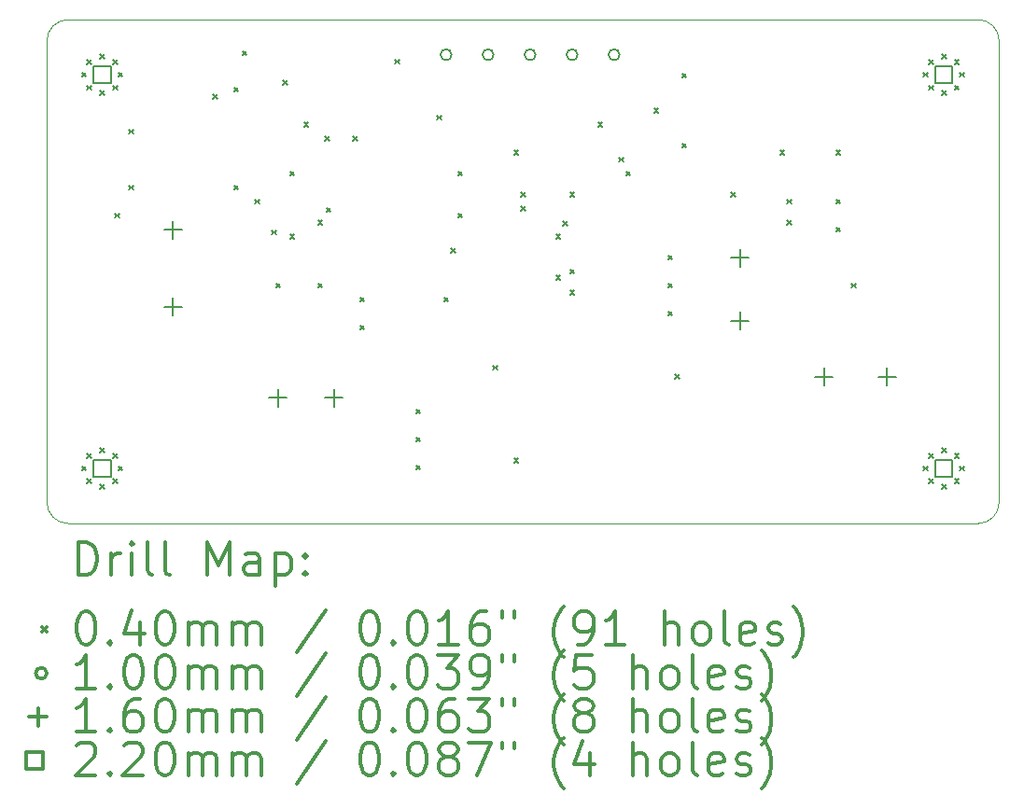
<source format=gbr>
%FSLAX45Y45*%
G04 Gerber Fmt 4.5, Leading zero omitted, Abs format (unit mm)*
G04 Created by KiCad (PCBNEW (5.1.5)-2) date 2019-12-14 03:40:01*
%MOMM*%
%LPD*%
G04 APERTURE LIST*
%TA.AperFunction,Profile*%
%ADD10C,0.050000*%
%TD*%
%ADD11C,0.200000*%
%ADD12C,0.300000*%
G04 APERTURE END LIST*
D10*
X19558000Y-6096000D02*
G75*
G02X19748500Y-6286500I0J-190500D01*
G01*
X19748500Y-10477500D02*
G75*
G02X19558000Y-10668000I-190500J0D01*
G01*
X11303000Y-10668000D02*
G75*
G02X11112500Y-10477500I0J190500D01*
G01*
X11112500Y-6286500D02*
G75*
G02X11303000Y-6096000I190500J0D01*
G01*
X11303000Y-6096000D02*
X19558000Y-6096000D01*
X11112500Y-10477500D02*
X11112500Y-6286500D01*
X19748500Y-8763000D02*
X19748500Y-10477500D01*
X19558000Y-10668000D02*
X11303000Y-10668000D01*
X19748500Y-6286500D02*
X19748500Y-8763000D01*
D11*
X11727500Y-7854000D02*
X11767500Y-7894000D01*
X11767500Y-7854000D02*
X11727500Y-7894000D01*
X11854500Y-7092000D02*
X11894500Y-7132000D01*
X11894500Y-7092000D02*
X11854500Y-7132000D01*
X11854500Y-7600000D02*
X11894500Y-7640000D01*
X11894500Y-7600000D02*
X11854500Y-7640000D01*
X12616500Y-6774500D02*
X12656500Y-6814500D01*
X12656500Y-6774500D02*
X12616500Y-6814500D01*
X12807000Y-6711000D02*
X12847000Y-6751000D01*
X12847000Y-6711000D02*
X12807000Y-6751000D01*
X12807000Y-7600000D02*
X12847000Y-7640000D01*
X12847000Y-7600000D02*
X12807000Y-7640000D01*
X12883200Y-6380800D02*
X12923200Y-6420800D01*
X12923200Y-6380800D02*
X12883200Y-6420800D01*
X12997500Y-7727000D02*
X13037500Y-7767000D01*
X13037500Y-7727000D02*
X12997500Y-7767000D01*
X13150000Y-8006500D02*
X13190000Y-8046500D01*
X13190000Y-8006500D02*
X13150000Y-8046500D01*
X13188000Y-8489000D02*
X13228000Y-8529000D01*
X13228000Y-8489000D02*
X13188000Y-8529000D01*
X13251500Y-6647500D02*
X13291500Y-6687500D01*
X13291500Y-6647500D02*
X13251500Y-6687500D01*
X13315000Y-7473000D02*
X13355000Y-7513000D01*
X13355000Y-7473000D02*
X13315000Y-7513000D01*
X13315000Y-8044500D02*
X13355000Y-8084500D01*
X13355000Y-8044500D02*
X13315000Y-8084500D01*
X13442000Y-7028500D02*
X13482000Y-7068500D01*
X13482000Y-7028500D02*
X13442000Y-7068500D01*
X13569000Y-7917500D02*
X13609000Y-7957500D01*
X13609000Y-7917500D02*
X13569000Y-7957500D01*
X13569000Y-8489000D02*
X13609000Y-8529000D01*
X13609000Y-8489000D02*
X13569000Y-8529000D01*
X13632500Y-7155500D02*
X13672500Y-7195500D01*
X13672500Y-7155500D02*
X13632500Y-7195500D01*
X13645200Y-7803200D02*
X13685200Y-7843200D01*
X13685200Y-7803200D02*
X13645200Y-7843200D01*
X13886500Y-7155500D02*
X13926500Y-7195500D01*
X13926500Y-7155500D02*
X13886500Y-7195500D01*
X13950000Y-8616000D02*
X13990000Y-8656000D01*
X13990000Y-8616000D02*
X13950000Y-8656000D01*
X13950000Y-8870000D02*
X13990000Y-8910000D01*
X13990000Y-8870000D02*
X13950000Y-8910000D01*
X14267500Y-6457000D02*
X14307500Y-6497000D01*
X14307500Y-6457000D02*
X14267500Y-6497000D01*
X14458000Y-9632000D02*
X14498000Y-9672000D01*
X14498000Y-9632000D02*
X14458000Y-9672000D01*
X14458000Y-9886000D02*
X14498000Y-9926000D01*
X14498000Y-9886000D02*
X14458000Y-9926000D01*
X14458000Y-10140000D02*
X14498000Y-10180000D01*
X14498000Y-10140000D02*
X14458000Y-10180000D01*
X14648500Y-6965000D02*
X14688500Y-7005000D01*
X14688500Y-6965000D02*
X14648500Y-7005000D01*
X14712000Y-8616000D02*
X14752000Y-8656000D01*
X14752000Y-8616000D02*
X14712000Y-8656000D01*
X14775500Y-8171500D02*
X14815500Y-8211500D01*
X14815500Y-8171500D02*
X14775500Y-8211500D01*
X14839000Y-7473000D02*
X14879000Y-7513000D01*
X14879000Y-7473000D02*
X14839000Y-7513000D01*
X14839000Y-7854000D02*
X14879000Y-7894000D01*
X14879000Y-7854000D02*
X14839000Y-7894000D01*
X15156500Y-9233000D02*
X15196500Y-9273000D01*
X15196500Y-9233000D02*
X15156500Y-9273000D01*
X15347000Y-7282500D02*
X15387000Y-7322500D01*
X15387000Y-7282500D02*
X15347000Y-7322500D01*
X15347000Y-10076500D02*
X15387000Y-10116500D01*
X15387000Y-10076500D02*
X15347000Y-10116500D01*
X15410500Y-7663500D02*
X15450500Y-7703500D01*
X15450500Y-7663500D02*
X15410500Y-7703500D01*
X15410500Y-7790500D02*
X15450500Y-7830500D01*
X15450500Y-7790500D02*
X15410500Y-7830500D01*
X15728000Y-8044500D02*
X15768000Y-8084500D01*
X15768000Y-8044500D02*
X15728000Y-8084500D01*
X15728000Y-8416500D02*
X15768000Y-8456500D01*
X15768000Y-8416500D02*
X15728000Y-8456500D01*
X15791500Y-7926500D02*
X15831500Y-7966500D01*
X15831500Y-7926500D02*
X15791500Y-7966500D01*
X15855000Y-7663500D02*
X15895000Y-7703500D01*
X15895000Y-7663500D02*
X15855000Y-7703500D01*
X15855000Y-8362000D02*
X15895000Y-8402000D01*
X15895000Y-8362000D02*
X15855000Y-8402000D01*
X15855000Y-8552500D02*
X15895000Y-8592500D01*
X15895000Y-8552500D02*
X15855000Y-8592500D01*
X16109000Y-7028500D02*
X16149000Y-7068500D01*
X16149000Y-7028500D02*
X16109000Y-7068500D01*
X16299500Y-7346000D02*
X16339500Y-7386000D01*
X16339500Y-7346000D02*
X16299500Y-7386000D01*
X16363000Y-7473000D02*
X16403000Y-7513000D01*
X16403000Y-7473000D02*
X16363000Y-7513000D01*
X16617000Y-6901500D02*
X16657000Y-6941500D01*
X16657000Y-6901500D02*
X16617000Y-6941500D01*
X16744000Y-8235000D02*
X16784000Y-8275000D01*
X16784000Y-8235000D02*
X16744000Y-8275000D01*
X16744000Y-8489000D02*
X16784000Y-8529000D01*
X16784000Y-8489000D02*
X16744000Y-8529000D01*
X16744000Y-8743000D02*
X16784000Y-8783000D01*
X16784000Y-8743000D02*
X16744000Y-8783000D01*
X16807500Y-9314500D02*
X16847500Y-9354500D01*
X16847500Y-9314500D02*
X16807500Y-9354500D01*
X16871000Y-6584000D02*
X16911000Y-6624000D01*
X16911000Y-6584000D02*
X16871000Y-6624000D01*
X16871000Y-7219000D02*
X16911000Y-7259000D01*
X16911000Y-7219000D02*
X16871000Y-7259000D01*
X17315500Y-7663500D02*
X17355500Y-7703500D01*
X17355500Y-7663500D02*
X17315500Y-7703500D01*
X17760000Y-7282500D02*
X17800000Y-7322500D01*
X17800000Y-7282500D02*
X17760000Y-7322500D01*
X17823500Y-7727000D02*
X17863500Y-7767000D01*
X17863500Y-7727000D02*
X17823500Y-7767000D01*
X17823500Y-7917500D02*
X17863500Y-7957500D01*
X17863500Y-7917500D02*
X17823500Y-7957500D01*
X18268000Y-7282500D02*
X18308000Y-7322500D01*
X18308000Y-7282500D02*
X18268000Y-7322500D01*
X18268000Y-7727000D02*
X18308000Y-7767000D01*
X18308000Y-7727000D02*
X18268000Y-7767000D01*
X18268000Y-7981000D02*
X18308000Y-8021000D01*
X18308000Y-7981000D02*
X18268000Y-8021000D01*
X18411000Y-8489000D02*
X18451000Y-8529000D01*
X18451000Y-8489000D02*
X18411000Y-8529000D01*
X19063500Y-6576000D02*
X19103500Y-6616000D01*
X19103500Y-6576000D02*
X19063500Y-6616000D01*
X19111827Y-6459327D02*
X19151827Y-6499327D01*
X19151827Y-6459327D02*
X19111827Y-6499327D01*
X19111827Y-6692673D02*
X19151827Y-6732673D01*
X19151827Y-6692673D02*
X19111827Y-6732673D01*
X19228500Y-6411000D02*
X19268500Y-6451000D01*
X19268500Y-6411000D02*
X19228500Y-6451000D01*
X19228500Y-6741000D02*
X19268500Y-6781000D01*
X19268500Y-6741000D02*
X19228500Y-6781000D01*
X19345173Y-6459327D02*
X19385173Y-6499327D01*
X19385173Y-6459327D02*
X19345173Y-6499327D01*
X19345173Y-6692673D02*
X19385173Y-6732673D01*
X19385173Y-6692673D02*
X19345173Y-6732673D01*
X19393500Y-6576000D02*
X19433500Y-6616000D01*
X19433500Y-6576000D02*
X19393500Y-6616000D01*
X11427500Y-10148000D02*
X11467500Y-10188000D01*
X11467500Y-10148000D02*
X11427500Y-10188000D01*
X11475827Y-10031327D02*
X11515827Y-10071327D01*
X11515827Y-10031327D02*
X11475827Y-10071327D01*
X11475827Y-10264673D02*
X11515827Y-10304673D01*
X11515827Y-10264673D02*
X11475827Y-10304673D01*
X11592500Y-9983000D02*
X11632500Y-10023000D01*
X11632500Y-9983000D02*
X11592500Y-10023000D01*
X11592500Y-10313000D02*
X11632500Y-10353000D01*
X11632500Y-10313000D02*
X11592500Y-10353000D01*
X11709173Y-10031327D02*
X11749173Y-10071327D01*
X11749173Y-10031327D02*
X11709173Y-10071327D01*
X11709173Y-10264673D02*
X11749173Y-10304673D01*
X11749173Y-10264673D02*
X11709173Y-10304673D01*
X11757500Y-10148000D02*
X11797500Y-10188000D01*
X11797500Y-10148000D02*
X11757500Y-10188000D01*
X19063500Y-10148000D02*
X19103500Y-10188000D01*
X19103500Y-10148000D02*
X19063500Y-10188000D01*
X19111827Y-10031327D02*
X19151827Y-10071327D01*
X19151827Y-10031327D02*
X19111827Y-10071327D01*
X19111827Y-10264673D02*
X19151827Y-10304673D01*
X19151827Y-10264673D02*
X19111827Y-10304673D01*
X19228500Y-9983000D02*
X19268500Y-10023000D01*
X19268500Y-9983000D02*
X19228500Y-10023000D01*
X19228500Y-10313000D02*
X19268500Y-10353000D01*
X19268500Y-10313000D02*
X19228500Y-10353000D01*
X19345173Y-10031327D02*
X19385173Y-10071327D01*
X19385173Y-10031327D02*
X19345173Y-10071327D01*
X19345173Y-10264673D02*
X19385173Y-10304673D01*
X19385173Y-10264673D02*
X19345173Y-10304673D01*
X19393500Y-10148000D02*
X19433500Y-10188000D01*
X19433500Y-10148000D02*
X19393500Y-10188000D01*
X11427500Y-6576000D02*
X11467500Y-6616000D01*
X11467500Y-6576000D02*
X11427500Y-6616000D01*
X11475827Y-6459327D02*
X11515827Y-6499327D01*
X11515827Y-6459327D02*
X11475827Y-6499327D01*
X11475827Y-6692673D02*
X11515827Y-6732673D01*
X11515827Y-6692673D02*
X11475827Y-6732673D01*
X11592500Y-6411000D02*
X11632500Y-6451000D01*
X11632500Y-6411000D02*
X11592500Y-6451000D01*
X11592500Y-6741000D02*
X11632500Y-6781000D01*
X11632500Y-6741000D02*
X11592500Y-6781000D01*
X11709173Y-6459327D02*
X11749173Y-6499327D01*
X11749173Y-6459327D02*
X11709173Y-6499327D01*
X11709173Y-6692673D02*
X11749173Y-6732673D01*
X11749173Y-6692673D02*
X11709173Y-6732673D01*
X11757500Y-6576000D02*
X11797500Y-6616000D01*
X11797500Y-6576000D02*
X11757500Y-6616000D01*
X14782038Y-6413500D02*
G75*
G03X14782038Y-6413500I-50038J0D01*
G01*
X15163038Y-6413500D02*
G75*
G03X15163038Y-6413500I-50038J0D01*
G01*
X15544038Y-6413500D02*
G75*
G03X15544038Y-6413500I-50038J0D01*
G01*
X15925038Y-6413500D02*
G75*
G03X15925038Y-6413500I-50038J0D01*
G01*
X16306038Y-6413500D02*
G75*
G03X16306038Y-6413500I-50038J0D01*
G01*
X18161000Y-9254500D02*
X18161000Y-9414500D01*
X18081000Y-9334500D02*
X18241000Y-9334500D01*
X13208000Y-9445000D02*
X13208000Y-9605000D01*
X13128000Y-9525000D02*
X13288000Y-9525000D01*
X12255500Y-7921000D02*
X12255500Y-8081000D01*
X12175500Y-8001000D02*
X12335500Y-8001000D01*
X12255500Y-8619500D02*
X12255500Y-8779500D01*
X12175500Y-8699500D02*
X12335500Y-8699500D01*
X17399000Y-8175000D02*
X17399000Y-8335000D01*
X17319000Y-8255000D02*
X17479000Y-8255000D01*
X13716000Y-9445000D02*
X13716000Y-9605000D01*
X13636000Y-9525000D02*
X13796000Y-9525000D01*
X18732500Y-9254500D02*
X18732500Y-9414500D01*
X18652500Y-9334500D02*
X18812500Y-9334500D01*
X17399000Y-8746500D02*
X17399000Y-8906500D01*
X17319000Y-8826500D02*
X17479000Y-8826500D01*
X19326283Y-6673782D02*
X19326283Y-6518217D01*
X19170718Y-6518217D01*
X19170718Y-6673782D01*
X19326283Y-6673782D01*
X11690282Y-10245783D02*
X11690282Y-10090218D01*
X11534717Y-10090218D01*
X11534717Y-10245783D01*
X11690282Y-10245783D01*
X19326283Y-10245783D02*
X19326283Y-10090218D01*
X19170718Y-10090218D01*
X19170718Y-10245783D01*
X19326283Y-10245783D01*
X11690282Y-6673782D02*
X11690282Y-6518217D01*
X11534717Y-6518217D01*
X11534717Y-6673782D01*
X11690282Y-6673782D01*
D12*
X11396428Y-11136214D02*
X11396428Y-10836214D01*
X11467857Y-10836214D01*
X11510714Y-10850500D01*
X11539286Y-10879072D01*
X11553571Y-10907643D01*
X11567857Y-10964786D01*
X11567857Y-11007643D01*
X11553571Y-11064786D01*
X11539286Y-11093357D01*
X11510714Y-11121929D01*
X11467857Y-11136214D01*
X11396428Y-11136214D01*
X11696428Y-11136214D02*
X11696428Y-10936214D01*
X11696428Y-10993357D02*
X11710714Y-10964786D01*
X11725000Y-10950500D01*
X11753571Y-10936214D01*
X11782143Y-10936214D01*
X11882143Y-11136214D02*
X11882143Y-10936214D01*
X11882143Y-10836214D02*
X11867857Y-10850500D01*
X11882143Y-10864786D01*
X11896428Y-10850500D01*
X11882143Y-10836214D01*
X11882143Y-10864786D01*
X12067857Y-11136214D02*
X12039286Y-11121929D01*
X12025000Y-11093357D01*
X12025000Y-10836214D01*
X12225000Y-11136214D02*
X12196428Y-11121929D01*
X12182143Y-11093357D01*
X12182143Y-10836214D01*
X12567857Y-11136214D02*
X12567857Y-10836214D01*
X12667857Y-11050500D01*
X12767857Y-10836214D01*
X12767857Y-11136214D01*
X13039286Y-11136214D02*
X13039286Y-10979072D01*
X13025000Y-10950500D01*
X12996428Y-10936214D01*
X12939286Y-10936214D01*
X12910714Y-10950500D01*
X13039286Y-11121929D02*
X13010714Y-11136214D01*
X12939286Y-11136214D01*
X12910714Y-11121929D01*
X12896428Y-11093357D01*
X12896428Y-11064786D01*
X12910714Y-11036214D01*
X12939286Y-11021929D01*
X13010714Y-11021929D01*
X13039286Y-11007643D01*
X13182143Y-10936214D02*
X13182143Y-11236214D01*
X13182143Y-10950500D02*
X13210714Y-10936214D01*
X13267857Y-10936214D01*
X13296428Y-10950500D01*
X13310714Y-10964786D01*
X13325000Y-10993357D01*
X13325000Y-11079072D01*
X13310714Y-11107643D01*
X13296428Y-11121929D01*
X13267857Y-11136214D01*
X13210714Y-11136214D01*
X13182143Y-11121929D01*
X13453571Y-11107643D02*
X13467857Y-11121929D01*
X13453571Y-11136214D01*
X13439286Y-11121929D01*
X13453571Y-11107643D01*
X13453571Y-11136214D01*
X13453571Y-10950500D02*
X13467857Y-10964786D01*
X13453571Y-10979072D01*
X13439286Y-10964786D01*
X13453571Y-10950500D01*
X13453571Y-10979072D01*
X11070000Y-11610500D02*
X11110000Y-11650500D01*
X11110000Y-11610500D02*
X11070000Y-11650500D01*
X11453571Y-11466214D02*
X11482143Y-11466214D01*
X11510714Y-11480500D01*
X11525000Y-11494786D01*
X11539286Y-11523357D01*
X11553571Y-11580500D01*
X11553571Y-11651929D01*
X11539286Y-11709071D01*
X11525000Y-11737643D01*
X11510714Y-11751929D01*
X11482143Y-11766214D01*
X11453571Y-11766214D01*
X11425000Y-11751929D01*
X11410714Y-11737643D01*
X11396428Y-11709071D01*
X11382143Y-11651929D01*
X11382143Y-11580500D01*
X11396428Y-11523357D01*
X11410714Y-11494786D01*
X11425000Y-11480500D01*
X11453571Y-11466214D01*
X11682143Y-11737643D02*
X11696428Y-11751929D01*
X11682143Y-11766214D01*
X11667857Y-11751929D01*
X11682143Y-11737643D01*
X11682143Y-11766214D01*
X11953571Y-11566214D02*
X11953571Y-11766214D01*
X11882143Y-11451929D02*
X11810714Y-11666214D01*
X11996428Y-11666214D01*
X12167857Y-11466214D02*
X12196428Y-11466214D01*
X12225000Y-11480500D01*
X12239286Y-11494786D01*
X12253571Y-11523357D01*
X12267857Y-11580500D01*
X12267857Y-11651929D01*
X12253571Y-11709071D01*
X12239286Y-11737643D01*
X12225000Y-11751929D01*
X12196428Y-11766214D01*
X12167857Y-11766214D01*
X12139286Y-11751929D01*
X12125000Y-11737643D01*
X12110714Y-11709071D01*
X12096428Y-11651929D01*
X12096428Y-11580500D01*
X12110714Y-11523357D01*
X12125000Y-11494786D01*
X12139286Y-11480500D01*
X12167857Y-11466214D01*
X12396428Y-11766214D02*
X12396428Y-11566214D01*
X12396428Y-11594786D02*
X12410714Y-11580500D01*
X12439286Y-11566214D01*
X12482143Y-11566214D01*
X12510714Y-11580500D01*
X12525000Y-11609071D01*
X12525000Y-11766214D01*
X12525000Y-11609071D02*
X12539286Y-11580500D01*
X12567857Y-11566214D01*
X12610714Y-11566214D01*
X12639286Y-11580500D01*
X12653571Y-11609071D01*
X12653571Y-11766214D01*
X12796428Y-11766214D02*
X12796428Y-11566214D01*
X12796428Y-11594786D02*
X12810714Y-11580500D01*
X12839286Y-11566214D01*
X12882143Y-11566214D01*
X12910714Y-11580500D01*
X12925000Y-11609071D01*
X12925000Y-11766214D01*
X12925000Y-11609071D02*
X12939286Y-11580500D01*
X12967857Y-11566214D01*
X13010714Y-11566214D01*
X13039286Y-11580500D01*
X13053571Y-11609071D01*
X13053571Y-11766214D01*
X13639286Y-11451929D02*
X13382143Y-11837643D01*
X14025000Y-11466214D02*
X14053571Y-11466214D01*
X14082143Y-11480500D01*
X14096428Y-11494786D01*
X14110714Y-11523357D01*
X14125000Y-11580500D01*
X14125000Y-11651929D01*
X14110714Y-11709071D01*
X14096428Y-11737643D01*
X14082143Y-11751929D01*
X14053571Y-11766214D01*
X14025000Y-11766214D01*
X13996428Y-11751929D01*
X13982143Y-11737643D01*
X13967857Y-11709071D01*
X13953571Y-11651929D01*
X13953571Y-11580500D01*
X13967857Y-11523357D01*
X13982143Y-11494786D01*
X13996428Y-11480500D01*
X14025000Y-11466214D01*
X14253571Y-11737643D02*
X14267857Y-11751929D01*
X14253571Y-11766214D01*
X14239286Y-11751929D01*
X14253571Y-11737643D01*
X14253571Y-11766214D01*
X14453571Y-11466214D02*
X14482143Y-11466214D01*
X14510714Y-11480500D01*
X14525000Y-11494786D01*
X14539286Y-11523357D01*
X14553571Y-11580500D01*
X14553571Y-11651929D01*
X14539286Y-11709071D01*
X14525000Y-11737643D01*
X14510714Y-11751929D01*
X14482143Y-11766214D01*
X14453571Y-11766214D01*
X14425000Y-11751929D01*
X14410714Y-11737643D01*
X14396428Y-11709071D01*
X14382143Y-11651929D01*
X14382143Y-11580500D01*
X14396428Y-11523357D01*
X14410714Y-11494786D01*
X14425000Y-11480500D01*
X14453571Y-11466214D01*
X14839286Y-11766214D02*
X14667857Y-11766214D01*
X14753571Y-11766214D02*
X14753571Y-11466214D01*
X14725000Y-11509071D01*
X14696428Y-11537643D01*
X14667857Y-11551929D01*
X15096428Y-11466214D02*
X15039286Y-11466214D01*
X15010714Y-11480500D01*
X14996428Y-11494786D01*
X14967857Y-11537643D01*
X14953571Y-11594786D01*
X14953571Y-11709071D01*
X14967857Y-11737643D01*
X14982143Y-11751929D01*
X15010714Y-11766214D01*
X15067857Y-11766214D01*
X15096428Y-11751929D01*
X15110714Y-11737643D01*
X15125000Y-11709071D01*
X15125000Y-11637643D01*
X15110714Y-11609071D01*
X15096428Y-11594786D01*
X15067857Y-11580500D01*
X15010714Y-11580500D01*
X14982143Y-11594786D01*
X14967857Y-11609071D01*
X14953571Y-11637643D01*
X15239286Y-11466214D02*
X15239286Y-11523357D01*
X15353571Y-11466214D02*
X15353571Y-11523357D01*
X15796428Y-11880500D02*
X15782143Y-11866214D01*
X15753571Y-11823357D01*
X15739286Y-11794786D01*
X15725000Y-11751929D01*
X15710714Y-11680500D01*
X15710714Y-11623357D01*
X15725000Y-11551929D01*
X15739286Y-11509071D01*
X15753571Y-11480500D01*
X15782143Y-11437643D01*
X15796428Y-11423357D01*
X15925000Y-11766214D02*
X15982143Y-11766214D01*
X16010714Y-11751929D01*
X16025000Y-11737643D01*
X16053571Y-11694786D01*
X16067857Y-11637643D01*
X16067857Y-11523357D01*
X16053571Y-11494786D01*
X16039286Y-11480500D01*
X16010714Y-11466214D01*
X15953571Y-11466214D01*
X15925000Y-11480500D01*
X15910714Y-11494786D01*
X15896428Y-11523357D01*
X15896428Y-11594786D01*
X15910714Y-11623357D01*
X15925000Y-11637643D01*
X15953571Y-11651929D01*
X16010714Y-11651929D01*
X16039286Y-11637643D01*
X16053571Y-11623357D01*
X16067857Y-11594786D01*
X16353571Y-11766214D02*
X16182143Y-11766214D01*
X16267857Y-11766214D02*
X16267857Y-11466214D01*
X16239286Y-11509071D01*
X16210714Y-11537643D01*
X16182143Y-11551929D01*
X16710714Y-11766214D02*
X16710714Y-11466214D01*
X16839286Y-11766214D02*
X16839286Y-11609071D01*
X16825000Y-11580500D01*
X16796428Y-11566214D01*
X16753571Y-11566214D01*
X16725000Y-11580500D01*
X16710714Y-11594786D01*
X17025000Y-11766214D02*
X16996428Y-11751929D01*
X16982143Y-11737643D01*
X16967857Y-11709071D01*
X16967857Y-11623357D01*
X16982143Y-11594786D01*
X16996428Y-11580500D01*
X17025000Y-11566214D01*
X17067857Y-11566214D01*
X17096428Y-11580500D01*
X17110714Y-11594786D01*
X17125000Y-11623357D01*
X17125000Y-11709071D01*
X17110714Y-11737643D01*
X17096428Y-11751929D01*
X17067857Y-11766214D01*
X17025000Y-11766214D01*
X17296428Y-11766214D02*
X17267857Y-11751929D01*
X17253571Y-11723357D01*
X17253571Y-11466214D01*
X17525000Y-11751929D02*
X17496428Y-11766214D01*
X17439286Y-11766214D01*
X17410714Y-11751929D01*
X17396428Y-11723357D01*
X17396428Y-11609071D01*
X17410714Y-11580500D01*
X17439286Y-11566214D01*
X17496428Y-11566214D01*
X17525000Y-11580500D01*
X17539286Y-11609071D01*
X17539286Y-11637643D01*
X17396428Y-11666214D01*
X17653571Y-11751929D02*
X17682143Y-11766214D01*
X17739286Y-11766214D01*
X17767857Y-11751929D01*
X17782143Y-11723357D01*
X17782143Y-11709071D01*
X17767857Y-11680500D01*
X17739286Y-11666214D01*
X17696428Y-11666214D01*
X17667857Y-11651929D01*
X17653571Y-11623357D01*
X17653571Y-11609071D01*
X17667857Y-11580500D01*
X17696428Y-11566214D01*
X17739286Y-11566214D01*
X17767857Y-11580500D01*
X17882143Y-11880500D02*
X17896428Y-11866214D01*
X17925000Y-11823357D01*
X17939286Y-11794786D01*
X17953571Y-11751929D01*
X17967857Y-11680500D01*
X17967857Y-11623357D01*
X17953571Y-11551929D01*
X17939286Y-11509071D01*
X17925000Y-11480500D01*
X17896428Y-11437643D01*
X17882143Y-11423357D01*
X11110000Y-12026500D02*
G75*
G03X11110000Y-12026500I-50038J0D01*
G01*
X11553571Y-12162214D02*
X11382143Y-12162214D01*
X11467857Y-12162214D02*
X11467857Y-11862214D01*
X11439286Y-11905071D01*
X11410714Y-11933643D01*
X11382143Y-11947929D01*
X11682143Y-12133643D02*
X11696428Y-12147929D01*
X11682143Y-12162214D01*
X11667857Y-12147929D01*
X11682143Y-12133643D01*
X11682143Y-12162214D01*
X11882143Y-11862214D02*
X11910714Y-11862214D01*
X11939286Y-11876500D01*
X11953571Y-11890786D01*
X11967857Y-11919357D01*
X11982143Y-11976500D01*
X11982143Y-12047929D01*
X11967857Y-12105071D01*
X11953571Y-12133643D01*
X11939286Y-12147929D01*
X11910714Y-12162214D01*
X11882143Y-12162214D01*
X11853571Y-12147929D01*
X11839286Y-12133643D01*
X11825000Y-12105071D01*
X11810714Y-12047929D01*
X11810714Y-11976500D01*
X11825000Y-11919357D01*
X11839286Y-11890786D01*
X11853571Y-11876500D01*
X11882143Y-11862214D01*
X12167857Y-11862214D02*
X12196428Y-11862214D01*
X12225000Y-11876500D01*
X12239286Y-11890786D01*
X12253571Y-11919357D01*
X12267857Y-11976500D01*
X12267857Y-12047929D01*
X12253571Y-12105071D01*
X12239286Y-12133643D01*
X12225000Y-12147929D01*
X12196428Y-12162214D01*
X12167857Y-12162214D01*
X12139286Y-12147929D01*
X12125000Y-12133643D01*
X12110714Y-12105071D01*
X12096428Y-12047929D01*
X12096428Y-11976500D01*
X12110714Y-11919357D01*
X12125000Y-11890786D01*
X12139286Y-11876500D01*
X12167857Y-11862214D01*
X12396428Y-12162214D02*
X12396428Y-11962214D01*
X12396428Y-11990786D02*
X12410714Y-11976500D01*
X12439286Y-11962214D01*
X12482143Y-11962214D01*
X12510714Y-11976500D01*
X12525000Y-12005071D01*
X12525000Y-12162214D01*
X12525000Y-12005071D02*
X12539286Y-11976500D01*
X12567857Y-11962214D01*
X12610714Y-11962214D01*
X12639286Y-11976500D01*
X12653571Y-12005071D01*
X12653571Y-12162214D01*
X12796428Y-12162214D02*
X12796428Y-11962214D01*
X12796428Y-11990786D02*
X12810714Y-11976500D01*
X12839286Y-11962214D01*
X12882143Y-11962214D01*
X12910714Y-11976500D01*
X12925000Y-12005071D01*
X12925000Y-12162214D01*
X12925000Y-12005071D02*
X12939286Y-11976500D01*
X12967857Y-11962214D01*
X13010714Y-11962214D01*
X13039286Y-11976500D01*
X13053571Y-12005071D01*
X13053571Y-12162214D01*
X13639286Y-11847929D02*
X13382143Y-12233643D01*
X14025000Y-11862214D02*
X14053571Y-11862214D01*
X14082143Y-11876500D01*
X14096428Y-11890786D01*
X14110714Y-11919357D01*
X14125000Y-11976500D01*
X14125000Y-12047929D01*
X14110714Y-12105071D01*
X14096428Y-12133643D01*
X14082143Y-12147929D01*
X14053571Y-12162214D01*
X14025000Y-12162214D01*
X13996428Y-12147929D01*
X13982143Y-12133643D01*
X13967857Y-12105071D01*
X13953571Y-12047929D01*
X13953571Y-11976500D01*
X13967857Y-11919357D01*
X13982143Y-11890786D01*
X13996428Y-11876500D01*
X14025000Y-11862214D01*
X14253571Y-12133643D02*
X14267857Y-12147929D01*
X14253571Y-12162214D01*
X14239286Y-12147929D01*
X14253571Y-12133643D01*
X14253571Y-12162214D01*
X14453571Y-11862214D02*
X14482143Y-11862214D01*
X14510714Y-11876500D01*
X14525000Y-11890786D01*
X14539286Y-11919357D01*
X14553571Y-11976500D01*
X14553571Y-12047929D01*
X14539286Y-12105071D01*
X14525000Y-12133643D01*
X14510714Y-12147929D01*
X14482143Y-12162214D01*
X14453571Y-12162214D01*
X14425000Y-12147929D01*
X14410714Y-12133643D01*
X14396428Y-12105071D01*
X14382143Y-12047929D01*
X14382143Y-11976500D01*
X14396428Y-11919357D01*
X14410714Y-11890786D01*
X14425000Y-11876500D01*
X14453571Y-11862214D01*
X14653571Y-11862214D02*
X14839286Y-11862214D01*
X14739286Y-11976500D01*
X14782143Y-11976500D01*
X14810714Y-11990786D01*
X14825000Y-12005071D01*
X14839286Y-12033643D01*
X14839286Y-12105071D01*
X14825000Y-12133643D01*
X14810714Y-12147929D01*
X14782143Y-12162214D01*
X14696428Y-12162214D01*
X14667857Y-12147929D01*
X14653571Y-12133643D01*
X14982143Y-12162214D02*
X15039286Y-12162214D01*
X15067857Y-12147929D01*
X15082143Y-12133643D01*
X15110714Y-12090786D01*
X15125000Y-12033643D01*
X15125000Y-11919357D01*
X15110714Y-11890786D01*
X15096428Y-11876500D01*
X15067857Y-11862214D01*
X15010714Y-11862214D01*
X14982143Y-11876500D01*
X14967857Y-11890786D01*
X14953571Y-11919357D01*
X14953571Y-11990786D01*
X14967857Y-12019357D01*
X14982143Y-12033643D01*
X15010714Y-12047929D01*
X15067857Y-12047929D01*
X15096428Y-12033643D01*
X15110714Y-12019357D01*
X15125000Y-11990786D01*
X15239286Y-11862214D02*
X15239286Y-11919357D01*
X15353571Y-11862214D02*
X15353571Y-11919357D01*
X15796428Y-12276500D02*
X15782143Y-12262214D01*
X15753571Y-12219357D01*
X15739286Y-12190786D01*
X15725000Y-12147929D01*
X15710714Y-12076500D01*
X15710714Y-12019357D01*
X15725000Y-11947929D01*
X15739286Y-11905071D01*
X15753571Y-11876500D01*
X15782143Y-11833643D01*
X15796428Y-11819357D01*
X16053571Y-11862214D02*
X15910714Y-11862214D01*
X15896428Y-12005071D01*
X15910714Y-11990786D01*
X15939286Y-11976500D01*
X16010714Y-11976500D01*
X16039286Y-11990786D01*
X16053571Y-12005071D01*
X16067857Y-12033643D01*
X16067857Y-12105071D01*
X16053571Y-12133643D01*
X16039286Y-12147929D01*
X16010714Y-12162214D01*
X15939286Y-12162214D01*
X15910714Y-12147929D01*
X15896428Y-12133643D01*
X16425000Y-12162214D02*
X16425000Y-11862214D01*
X16553571Y-12162214D02*
X16553571Y-12005071D01*
X16539286Y-11976500D01*
X16510714Y-11962214D01*
X16467857Y-11962214D01*
X16439286Y-11976500D01*
X16425000Y-11990786D01*
X16739286Y-12162214D02*
X16710714Y-12147929D01*
X16696428Y-12133643D01*
X16682143Y-12105071D01*
X16682143Y-12019357D01*
X16696428Y-11990786D01*
X16710714Y-11976500D01*
X16739286Y-11962214D01*
X16782143Y-11962214D01*
X16810714Y-11976500D01*
X16825000Y-11990786D01*
X16839286Y-12019357D01*
X16839286Y-12105071D01*
X16825000Y-12133643D01*
X16810714Y-12147929D01*
X16782143Y-12162214D01*
X16739286Y-12162214D01*
X17010714Y-12162214D02*
X16982143Y-12147929D01*
X16967857Y-12119357D01*
X16967857Y-11862214D01*
X17239286Y-12147929D02*
X17210714Y-12162214D01*
X17153571Y-12162214D01*
X17125000Y-12147929D01*
X17110714Y-12119357D01*
X17110714Y-12005071D01*
X17125000Y-11976500D01*
X17153571Y-11962214D01*
X17210714Y-11962214D01*
X17239286Y-11976500D01*
X17253571Y-12005071D01*
X17253571Y-12033643D01*
X17110714Y-12062214D01*
X17367857Y-12147929D02*
X17396428Y-12162214D01*
X17453571Y-12162214D01*
X17482143Y-12147929D01*
X17496428Y-12119357D01*
X17496428Y-12105071D01*
X17482143Y-12076500D01*
X17453571Y-12062214D01*
X17410714Y-12062214D01*
X17382143Y-12047929D01*
X17367857Y-12019357D01*
X17367857Y-12005071D01*
X17382143Y-11976500D01*
X17410714Y-11962214D01*
X17453571Y-11962214D01*
X17482143Y-11976500D01*
X17596428Y-12276500D02*
X17610714Y-12262214D01*
X17639286Y-12219357D01*
X17653571Y-12190786D01*
X17667857Y-12147929D01*
X17682143Y-12076500D01*
X17682143Y-12019357D01*
X17667857Y-11947929D01*
X17653571Y-11905071D01*
X17639286Y-11876500D01*
X17610714Y-11833643D01*
X17596428Y-11819357D01*
X11030000Y-12342500D02*
X11030000Y-12502500D01*
X10950000Y-12422500D02*
X11110000Y-12422500D01*
X11553571Y-12558214D02*
X11382143Y-12558214D01*
X11467857Y-12558214D02*
X11467857Y-12258214D01*
X11439286Y-12301071D01*
X11410714Y-12329643D01*
X11382143Y-12343929D01*
X11682143Y-12529643D02*
X11696428Y-12543929D01*
X11682143Y-12558214D01*
X11667857Y-12543929D01*
X11682143Y-12529643D01*
X11682143Y-12558214D01*
X11953571Y-12258214D02*
X11896428Y-12258214D01*
X11867857Y-12272500D01*
X11853571Y-12286786D01*
X11825000Y-12329643D01*
X11810714Y-12386786D01*
X11810714Y-12501071D01*
X11825000Y-12529643D01*
X11839286Y-12543929D01*
X11867857Y-12558214D01*
X11925000Y-12558214D01*
X11953571Y-12543929D01*
X11967857Y-12529643D01*
X11982143Y-12501071D01*
X11982143Y-12429643D01*
X11967857Y-12401071D01*
X11953571Y-12386786D01*
X11925000Y-12372500D01*
X11867857Y-12372500D01*
X11839286Y-12386786D01*
X11825000Y-12401071D01*
X11810714Y-12429643D01*
X12167857Y-12258214D02*
X12196428Y-12258214D01*
X12225000Y-12272500D01*
X12239286Y-12286786D01*
X12253571Y-12315357D01*
X12267857Y-12372500D01*
X12267857Y-12443929D01*
X12253571Y-12501071D01*
X12239286Y-12529643D01*
X12225000Y-12543929D01*
X12196428Y-12558214D01*
X12167857Y-12558214D01*
X12139286Y-12543929D01*
X12125000Y-12529643D01*
X12110714Y-12501071D01*
X12096428Y-12443929D01*
X12096428Y-12372500D01*
X12110714Y-12315357D01*
X12125000Y-12286786D01*
X12139286Y-12272500D01*
X12167857Y-12258214D01*
X12396428Y-12558214D02*
X12396428Y-12358214D01*
X12396428Y-12386786D02*
X12410714Y-12372500D01*
X12439286Y-12358214D01*
X12482143Y-12358214D01*
X12510714Y-12372500D01*
X12525000Y-12401071D01*
X12525000Y-12558214D01*
X12525000Y-12401071D02*
X12539286Y-12372500D01*
X12567857Y-12358214D01*
X12610714Y-12358214D01*
X12639286Y-12372500D01*
X12653571Y-12401071D01*
X12653571Y-12558214D01*
X12796428Y-12558214D02*
X12796428Y-12358214D01*
X12796428Y-12386786D02*
X12810714Y-12372500D01*
X12839286Y-12358214D01*
X12882143Y-12358214D01*
X12910714Y-12372500D01*
X12925000Y-12401071D01*
X12925000Y-12558214D01*
X12925000Y-12401071D02*
X12939286Y-12372500D01*
X12967857Y-12358214D01*
X13010714Y-12358214D01*
X13039286Y-12372500D01*
X13053571Y-12401071D01*
X13053571Y-12558214D01*
X13639286Y-12243929D02*
X13382143Y-12629643D01*
X14025000Y-12258214D02*
X14053571Y-12258214D01*
X14082143Y-12272500D01*
X14096428Y-12286786D01*
X14110714Y-12315357D01*
X14125000Y-12372500D01*
X14125000Y-12443929D01*
X14110714Y-12501071D01*
X14096428Y-12529643D01*
X14082143Y-12543929D01*
X14053571Y-12558214D01*
X14025000Y-12558214D01*
X13996428Y-12543929D01*
X13982143Y-12529643D01*
X13967857Y-12501071D01*
X13953571Y-12443929D01*
X13953571Y-12372500D01*
X13967857Y-12315357D01*
X13982143Y-12286786D01*
X13996428Y-12272500D01*
X14025000Y-12258214D01*
X14253571Y-12529643D02*
X14267857Y-12543929D01*
X14253571Y-12558214D01*
X14239286Y-12543929D01*
X14253571Y-12529643D01*
X14253571Y-12558214D01*
X14453571Y-12258214D02*
X14482143Y-12258214D01*
X14510714Y-12272500D01*
X14525000Y-12286786D01*
X14539286Y-12315357D01*
X14553571Y-12372500D01*
X14553571Y-12443929D01*
X14539286Y-12501071D01*
X14525000Y-12529643D01*
X14510714Y-12543929D01*
X14482143Y-12558214D01*
X14453571Y-12558214D01*
X14425000Y-12543929D01*
X14410714Y-12529643D01*
X14396428Y-12501071D01*
X14382143Y-12443929D01*
X14382143Y-12372500D01*
X14396428Y-12315357D01*
X14410714Y-12286786D01*
X14425000Y-12272500D01*
X14453571Y-12258214D01*
X14810714Y-12258214D02*
X14753571Y-12258214D01*
X14725000Y-12272500D01*
X14710714Y-12286786D01*
X14682143Y-12329643D01*
X14667857Y-12386786D01*
X14667857Y-12501071D01*
X14682143Y-12529643D01*
X14696428Y-12543929D01*
X14725000Y-12558214D01*
X14782143Y-12558214D01*
X14810714Y-12543929D01*
X14825000Y-12529643D01*
X14839286Y-12501071D01*
X14839286Y-12429643D01*
X14825000Y-12401071D01*
X14810714Y-12386786D01*
X14782143Y-12372500D01*
X14725000Y-12372500D01*
X14696428Y-12386786D01*
X14682143Y-12401071D01*
X14667857Y-12429643D01*
X14939286Y-12258214D02*
X15125000Y-12258214D01*
X15025000Y-12372500D01*
X15067857Y-12372500D01*
X15096428Y-12386786D01*
X15110714Y-12401071D01*
X15125000Y-12429643D01*
X15125000Y-12501071D01*
X15110714Y-12529643D01*
X15096428Y-12543929D01*
X15067857Y-12558214D01*
X14982143Y-12558214D01*
X14953571Y-12543929D01*
X14939286Y-12529643D01*
X15239286Y-12258214D02*
X15239286Y-12315357D01*
X15353571Y-12258214D02*
X15353571Y-12315357D01*
X15796428Y-12672500D02*
X15782143Y-12658214D01*
X15753571Y-12615357D01*
X15739286Y-12586786D01*
X15725000Y-12543929D01*
X15710714Y-12472500D01*
X15710714Y-12415357D01*
X15725000Y-12343929D01*
X15739286Y-12301071D01*
X15753571Y-12272500D01*
X15782143Y-12229643D01*
X15796428Y-12215357D01*
X15953571Y-12386786D02*
X15925000Y-12372500D01*
X15910714Y-12358214D01*
X15896428Y-12329643D01*
X15896428Y-12315357D01*
X15910714Y-12286786D01*
X15925000Y-12272500D01*
X15953571Y-12258214D01*
X16010714Y-12258214D01*
X16039286Y-12272500D01*
X16053571Y-12286786D01*
X16067857Y-12315357D01*
X16067857Y-12329643D01*
X16053571Y-12358214D01*
X16039286Y-12372500D01*
X16010714Y-12386786D01*
X15953571Y-12386786D01*
X15925000Y-12401071D01*
X15910714Y-12415357D01*
X15896428Y-12443929D01*
X15896428Y-12501071D01*
X15910714Y-12529643D01*
X15925000Y-12543929D01*
X15953571Y-12558214D01*
X16010714Y-12558214D01*
X16039286Y-12543929D01*
X16053571Y-12529643D01*
X16067857Y-12501071D01*
X16067857Y-12443929D01*
X16053571Y-12415357D01*
X16039286Y-12401071D01*
X16010714Y-12386786D01*
X16425000Y-12558214D02*
X16425000Y-12258214D01*
X16553571Y-12558214D02*
X16553571Y-12401071D01*
X16539286Y-12372500D01*
X16510714Y-12358214D01*
X16467857Y-12358214D01*
X16439286Y-12372500D01*
X16425000Y-12386786D01*
X16739286Y-12558214D02*
X16710714Y-12543929D01*
X16696428Y-12529643D01*
X16682143Y-12501071D01*
X16682143Y-12415357D01*
X16696428Y-12386786D01*
X16710714Y-12372500D01*
X16739286Y-12358214D01*
X16782143Y-12358214D01*
X16810714Y-12372500D01*
X16825000Y-12386786D01*
X16839286Y-12415357D01*
X16839286Y-12501071D01*
X16825000Y-12529643D01*
X16810714Y-12543929D01*
X16782143Y-12558214D01*
X16739286Y-12558214D01*
X17010714Y-12558214D02*
X16982143Y-12543929D01*
X16967857Y-12515357D01*
X16967857Y-12258214D01*
X17239286Y-12543929D02*
X17210714Y-12558214D01*
X17153571Y-12558214D01*
X17125000Y-12543929D01*
X17110714Y-12515357D01*
X17110714Y-12401071D01*
X17125000Y-12372500D01*
X17153571Y-12358214D01*
X17210714Y-12358214D01*
X17239286Y-12372500D01*
X17253571Y-12401071D01*
X17253571Y-12429643D01*
X17110714Y-12458214D01*
X17367857Y-12543929D02*
X17396428Y-12558214D01*
X17453571Y-12558214D01*
X17482143Y-12543929D01*
X17496428Y-12515357D01*
X17496428Y-12501071D01*
X17482143Y-12472500D01*
X17453571Y-12458214D01*
X17410714Y-12458214D01*
X17382143Y-12443929D01*
X17367857Y-12415357D01*
X17367857Y-12401071D01*
X17382143Y-12372500D01*
X17410714Y-12358214D01*
X17453571Y-12358214D01*
X17482143Y-12372500D01*
X17596428Y-12672500D02*
X17610714Y-12658214D01*
X17639286Y-12615357D01*
X17653571Y-12586786D01*
X17667857Y-12543929D01*
X17682143Y-12472500D01*
X17682143Y-12415357D01*
X17667857Y-12343929D01*
X17653571Y-12301071D01*
X17639286Y-12272500D01*
X17610714Y-12229643D01*
X17596428Y-12215357D01*
X11077782Y-12896283D02*
X11077782Y-12740718D01*
X10922217Y-12740718D01*
X10922217Y-12896283D01*
X11077782Y-12896283D01*
X11382143Y-12682786D02*
X11396428Y-12668500D01*
X11425000Y-12654214D01*
X11496428Y-12654214D01*
X11525000Y-12668500D01*
X11539286Y-12682786D01*
X11553571Y-12711357D01*
X11553571Y-12739929D01*
X11539286Y-12782786D01*
X11367857Y-12954214D01*
X11553571Y-12954214D01*
X11682143Y-12925643D02*
X11696428Y-12939929D01*
X11682143Y-12954214D01*
X11667857Y-12939929D01*
X11682143Y-12925643D01*
X11682143Y-12954214D01*
X11810714Y-12682786D02*
X11825000Y-12668500D01*
X11853571Y-12654214D01*
X11925000Y-12654214D01*
X11953571Y-12668500D01*
X11967857Y-12682786D01*
X11982143Y-12711357D01*
X11982143Y-12739929D01*
X11967857Y-12782786D01*
X11796428Y-12954214D01*
X11982143Y-12954214D01*
X12167857Y-12654214D02*
X12196428Y-12654214D01*
X12225000Y-12668500D01*
X12239286Y-12682786D01*
X12253571Y-12711357D01*
X12267857Y-12768500D01*
X12267857Y-12839929D01*
X12253571Y-12897071D01*
X12239286Y-12925643D01*
X12225000Y-12939929D01*
X12196428Y-12954214D01*
X12167857Y-12954214D01*
X12139286Y-12939929D01*
X12125000Y-12925643D01*
X12110714Y-12897071D01*
X12096428Y-12839929D01*
X12096428Y-12768500D01*
X12110714Y-12711357D01*
X12125000Y-12682786D01*
X12139286Y-12668500D01*
X12167857Y-12654214D01*
X12396428Y-12954214D02*
X12396428Y-12754214D01*
X12396428Y-12782786D02*
X12410714Y-12768500D01*
X12439286Y-12754214D01*
X12482143Y-12754214D01*
X12510714Y-12768500D01*
X12525000Y-12797071D01*
X12525000Y-12954214D01*
X12525000Y-12797071D02*
X12539286Y-12768500D01*
X12567857Y-12754214D01*
X12610714Y-12754214D01*
X12639286Y-12768500D01*
X12653571Y-12797071D01*
X12653571Y-12954214D01*
X12796428Y-12954214D02*
X12796428Y-12754214D01*
X12796428Y-12782786D02*
X12810714Y-12768500D01*
X12839286Y-12754214D01*
X12882143Y-12754214D01*
X12910714Y-12768500D01*
X12925000Y-12797071D01*
X12925000Y-12954214D01*
X12925000Y-12797071D02*
X12939286Y-12768500D01*
X12967857Y-12754214D01*
X13010714Y-12754214D01*
X13039286Y-12768500D01*
X13053571Y-12797071D01*
X13053571Y-12954214D01*
X13639286Y-12639929D02*
X13382143Y-13025643D01*
X14025000Y-12654214D02*
X14053571Y-12654214D01*
X14082143Y-12668500D01*
X14096428Y-12682786D01*
X14110714Y-12711357D01*
X14125000Y-12768500D01*
X14125000Y-12839929D01*
X14110714Y-12897071D01*
X14096428Y-12925643D01*
X14082143Y-12939929D01*
X14053571Y-12954214D01*
X14025000Y-12954214D01*
X13996428Y-12939929D01*
X13982143Y-12925643D01*
X13967857Y-12897071D01*
X13953571Y-12839929D01*
X13953571Y-12768500D01*
X13967857Y-12711357D01*
X13982143Y-12682786D01*
X13996428Y-12668500D01*
X14025000Y-12654214D01*
X14253571Y-12925643D02*
X14267857Y-12939929D01*
X14253571Y-12954214D01*
X14239286Y-12939929D01*
X14253571Y-12925643D01*
X14253571Y-12954214D01*
X14453571Y-12654214D02*
X14482143Y-12654214D01*
X14510714Y-12668500D01*
X14525000Y-12682786D01*
X14539286Y-12711357D01*
X14553571Y-12768500D01*
X14553571Y-12839929D01*
X14539286Y-12897071D01*
X14525000Y-12925643D01*
X14510714Y-12939929D01*
X14482143Y-12954214D01*
X14453571Y-12954214D01*
X14425000Y-12939929D01*
X14410714Y-12925643D01*
X14396428Y-12897071D01*
X14382143Y-12839929D01*
X14382143Y-12768500D01*
X14396428Y-12711357D01*
X14410714Y-12682786D01*
X14425000Y-12668500D01*
X14453571Y-12654214D01*
X14725000Y-12782786D02*
X14696428Y-12768500D01*
X14682143Y-12754214D01*
X14667857Y-12725643D01*
X14667857Y-12711357D01*
X14682143Y-12682786D01*
X14696428Y-12668500D01*
X14725000Y-12654214D01*
X14782143Y-12654214D01*
X14810714Y-12668500D01*
X14825000Y-12682786D01*
X14839286Y-12711357D01*
X14839286Y-12725643D01*
X14825000Y-12754214D01*
X14810714Y-12768500D01*
X14782143Y-12782786D01*
X14725000Y-12782786D01*
X14696428Y-12797071D01*
X14682143Y-12811357D01*
X14667857Y-12839929D01*
X14667857Y-12897071D01*
X14682143Y-12925643D01*
X14696428Y-12939929D01*
X14725000Y-12954214D01*
X14782143Y-12954214D01*
X14810714Y-12939929D01*
X14825000Y-12925643D01*
X14839286Y-12897071D01*
X14839286Y-12839929D01*
X14825000Y-12811357D01*
X14810714Y-12797071D01*
X14782143Y-12782786D01*
X14939286Y-12654214D02*
X15139286Y-12654214D01*
X15010714Y-12954214D01*
X15239286Y-12654214D02*
X15239286Y-12711357D01*
X15353571Y-12654214D02*
X15353571Y-12711357D01*
X15796428Y-13068500D02*
X15782143Y-13054214D01*
X15753571Y-13011357D01*
X15739286Y-12982786D01*
X15725000Y-12939929D01*
X15710714Y-12868500D01*
X15710714Y-12811357D01*
X15725000Y-12739929D01*
X15739286Y-12697071D01*
X15753571Y-12668500D01*
X15782143Y-12625643D01*
X15796428Y-12611357D01*
X16039286Y-12754214D02*
X16039286Y-12954214D01*
X15967857Y-12639929D02*
X15896428Y-12854214D01*
X16082143Y-12854214D01*
X16425000Y-12954214D02*
X16425000Y-12654214D01*
X16553571Y-12954214D02*
X16553571Y-12797071D01*
X16539286Y-12768500D01*
X16510714Y-12754214D01*
X16467857Y-12754214D01*
X16439286Y-12768500D01*
X16425000Y-12782786D01*
X16739286Y-12954214D02*
X16710714Y-12939929D01*
X16696428Y-12925643D01*
X16682143Y-12897071D01*
X16682143Y-12811357D01*
X16696428Y-12782786D01*
X16710714Y-12768500D01*
X16739286Y-12754214D01*
X16782143Y-12754214D01*
X16810714Y-12768500D01*
X16825000Y-12782786D01*
X16839286Y-12811357D01*
X16839286Y-12897071D01*
X16825000Y-12925643D01*
X16810714Y-12939929D01*
X16782143Y-12954214D01*
X16739286Y-12954214D01*
X17010714Y-12954214D02*
X16982143Y-12939929D01*
X16967857Y-12911357D01*
X16967857Y-12654214D01*
X17239286Y-12939929D02*
X17210714Y-12954214D01*
X17153571Y-12954214D01*
X17125000Y-12939929D01*
X17110714Y-12911357D01*
X17110714Y-12797071D01*
X17125000Y-12768500D01*
X17153571Y-12754214D01*
X17210714Y-12754214D01*
X17239286Y-12768500D01*
X17253571Y-12797071D01*
X17253571Y-12825643D01*
X17110714Y-12854214D01*
X17367857Y-12939929D02*
X17396428Y-12954214D01*
X17453571Y-12954214D01*
X17482143Y-12939929D01*
X17496428Y-12911357D01*
X17496428Y-12897071D01*
X17482143Y-12868500D01*
X17453571Y-12854214D01*
X17410714Y-12854214D01*
X17382143Y-12839929D01*
X17367857Y-12811357D01*
X17367857Y-12797071D01*
X17382143Y-12768500D01*
X17410714Y-12754214D01*
X17453571Y-12754214D01*
X17482143Y-12768500D01*
X17596428Y-13068500D02*
X17610714Y-13054214D01*
X17639286Y-13011357D01*
X17653571Y-12982786D01*
X17667857Y-12939929D01*
X17682143Y-12868500D01*
X17682143Y-12811357D01*
X17667857Y-12739929D01*
X17653571Y-12697071D01*
X17639286Y-12668500D01*
X17610714Y-12625643D01*
X17596428Y-12611357D01*
M02*

</source>
